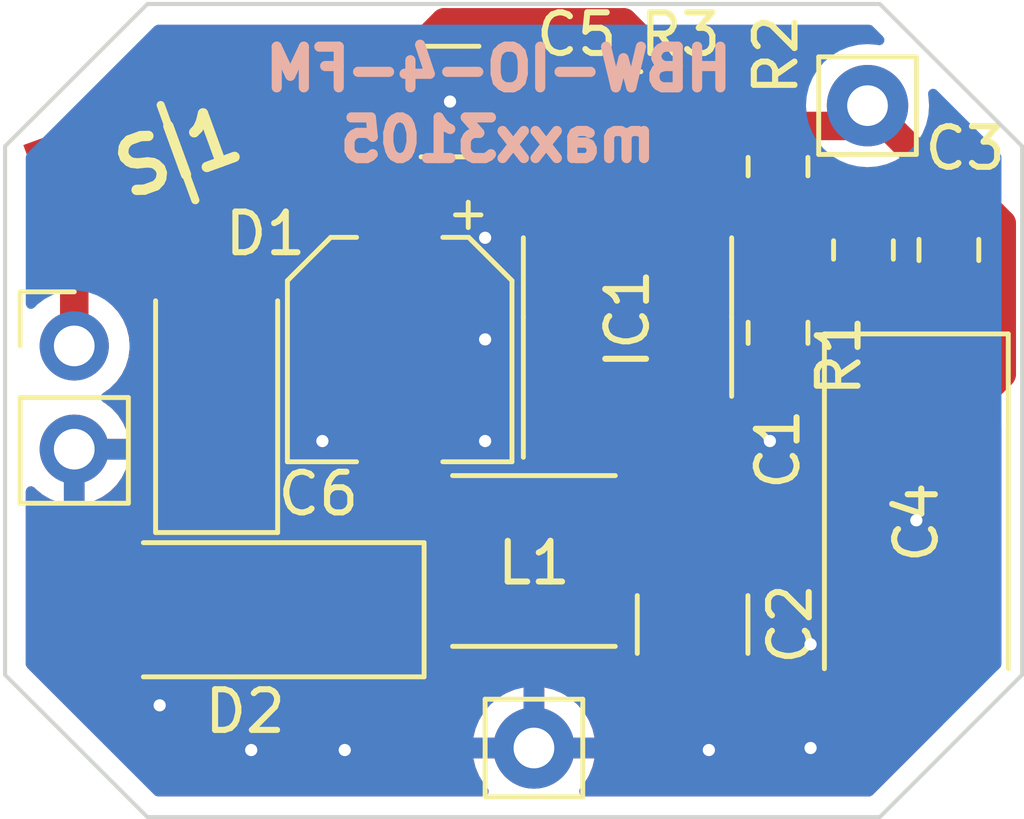
<source format=kicad_pcb>
(kicad_pcb (version 20211014) (generator pcbnew)
  (layers (0 "F.Cu" signal) (31 "B.Cu" signal) (34 "B.Paste" user) (35 "F.Paste" user) (36 "B.SilkS" user "B.Silkscreen") (37 "F.SilkS" user "F.Silkscreen") (38 "B.Mask" user) (39 "F.Mask" user) (44 "Edge.Cuts" user))
  (net 0 "")
  (net 1 "Net-(C1-Pad1)")
  (net 2 "/GND")
  (net 3 "/VCC")
  (net 4 "Net-(C5-Pad1)")
  (net 5 "Net-(D1-Pad2)")
  (net 6 "Net-(D2-Pad1)")
  (net 7 "Net-(IC1-Pad1)")
  (net 8 "Net-(IC1-Pad5)")
  (net 9 "/+24V")
  (footprint "Capacitor_Tantalum_SMD:CP_EIA-7343-20_Kemet-V_Pad2.25x2.55mm_HandSolder" (layer "F.Cu") (at 148.6 95.95 -90)
    (fp_text reference "C4" (at 0.05 0 -90) (layer "F.SilkS"))
    (fp_text value "100µF/10V" hide)
    (fp_line (start -4.585 2.26) (end 3.65 2.26) (layer "F.SilkS") (width 0.12))
    (fp_line (start -4.585 -2.26) (end -4.585 2.26) (layer "F.SilkS") (width 0.12))
    (fp_line (start 3.65 -2.26) (end -4.585 -2.26) (layer "F.SilkS") (width 0.12))
    (pad "1" smd roundrect (at -3.2 0 270) (size 2.25 2.55) (layers "F.Cu" "F.Paste" "F.Mask") (roundrect_rratio 0.1111111111) (net 3 "/VCC"))
    (pad "2" smd roundrect (at 3.2 0 270) (size 2.25 2.55) (layers "F.Cu" "F.Paste" "F.Mask") (roundrect_rratio 0.1111111111) (net 2 "/GND"))
  )
  (footprint "Diode_SMD:D_SMA_Handsoldering" (layer "F.Cu") (at 132.1 98.15 180)
    (fp_text reference "D2" (at 0 -2.5) (layer "F.SilkS"))
    (fp_text value "SK14" hide)
    (fp_line (start -4.4 1.65) (end 2.5 1.65) (layer "F.SilkS") (width 0.12))
    (fp_line (start -4.4 -1.65) (end -4.4 1.65) (layer "F.SilkS") (width 0.12))
    (fp_line (start -4.4 -1.65) (end 2.5 -1.65) (layer "F.SilkS") (width 0.12))
    (pad "1" smd rect (at -2.5 0 180) (size 3.5 1.8) (layers "F.Cu" "F.Paste" "F.Mask") (net 6 "Net-(D2-Pad1)"))
    (pad "2" smd rect (at 2.5 0 180) (size 3.5 1.8) (layers "F.Cu" "F.Paste" "F.Mask") (net 2 "/GND"))
  )
  (footprint "Resistor_SMD:R_0805_2012Metric_Pad1.20x1.40mm_HandSolder" (layer "F.Cu") (at 145.2 87.25 -90)
    (fp_text reference "R2" (at -2.75 0.05 90) (layer "F.SilkS"))
    (fp_text value "36k" hide)
    (fp_line (start -0.227064 -0.735) (end 0.227064 -0.735) (layer "F.SilkS") (width 0.12))
    (fp_line (start -0.227064 0.735) (end 0.227064 0.735) (layer "F.SilkS") (width 0.12))
    (pad "1" smd roundrect (at -1 0 270) (size 1.2 1.4) (layers "F.Cu" "F.Paste" "F.Mask") (roundrect_rratio 0.2083333333) (net 3 "/VCC"))
    (pad "2" smd roundrect (at 1 0 270) (size 1.2 1.4) (layers "F.Cu" "F.Paste" "F.Mask") (roundrect_rratio 0.2083333333) (net 8 "Net-(IC1-Pad5)"))
  )
  (footprint "Capacitor_SMD:CP_Elec_5x5.8" (layer "F.Cu") (at 135.9 91.75 -90)
    (fp_text reference "C6" (at 3.55 2 180) (layer "F.SilkS"))
    (fp_text value "22µF/35V" hide)
    (fp_line (start -3.625 -1.685) (end -3 -1.685) (layer "F.SilkS") (width 0.12))
    (fp_line (start 2.76 2.76) (end 2.76 1.06) (layer "F.SilkS") (width 0.12))
    (fp_line (start -1.695563 -2.76) (end 2.76 -2.76) (layer "F.SilkS") (width 0.12))
    (fp_line (start -2.76 1.695563) (end -2.76 1.06) (layer "F.SilkS") (width 0.12))
    (fp_line (start -2.76 -1.695563) (end -1.695563 -2.76) (layer "F.SilkS") (width 0.12))
    (fp_line (start -2.76 1.695563) (end -1.695563 2.76) (layer "F.SilkS") (width 0.12))
    (fp_line (start -2.76 -1.695563) (end -2.76 -1.06) (layer "F.SilkS") (width 0.12))
    (fp_line (start -3.3125 -1.9975) (end -3.3125 -1.3725) (layer "F.SilkS") (width 0.12))
    (fp_line (start -1.695563 2.76) (end 2.76 2.76) (layer "F.SilkS") (width 0.12))
    (fp_line (start 2.76 -2.76) (end 2.76 -1.06) (layer "F.SilkS") (width 0.12))
    (pad "1" smd roundrect (at -2.2 0 270) (size 3 1.6) (layers "F.Cu" "F.Paste" "F.Mask") (roundrect_rratio 0.15625) (net 4 "Net-(C5-Pad1)"))
    (pad "2" smd roundrect (at 2.2 0 270) (size 3 1.6) (layers "F.Cu" "F.Paste" "F.Mask") (roundrect_rratio 0.15625) (net 2 "/GND"))
  )
  (footprint "Connector_PinHeader_2.54mm:PinHeader_1x02_P2.54mm_Vertical" (layer "F.Cu") (at 127.9 91.66)
    (fp_text reference "J1" hide)
    (fp_text value "Conn_01x02" hide)
    (fp_line (start -1.33 -1.33) (end 0 -1.33) (layer "F.SilkS") (width 0.12))
    (fp_line (start -1.33 0) (end -1.33 -1.33) (layer "F.SilkS") (width 0.12))
    (fp_line (start -1.33 1.27) (end -1.33 3.87) (layer "F.SilkS") (width 0.12))
    (fp_line (start -1.33 3.87) (end 1.33 3.87) (layer "F.SilkS") (width 0.12))
    (fp_line (start -1.33 1.27) (end 1.33 1.27) (layer "F.SilkS") (width 0.12))
    (fp_line (start 1.33 1.27) (end 1.33 3.87) (layer "F.SilkS") (width 0.12))
    (pad "1" thru_hole oval (at 0 0) (size 1.7 1.7) (drill 1) (layers *.Cu *.Mask) (net 9 "/+24V"))
    (pad "2" thru_hole oval (at 0 2.54) (size 1.7 1.7) (drill 1) (layers *.Cu *.Mask) (net 2 "/GND"))
  )
  (footprint "Capacitor_SMD:C_1210_3225Metric_Pad1.33x2.70mm_HandSolder" (layer "F.Cu") (at 137.1375 85.65)
    (fp_text reference "C5" (at 3.1125 -1.65) (layer "F.SilkS"))
    (fp_text value "2,2µF/50V" hide)
    (fp_line (start -0.711252 -1.36) (end 0.711252 -1.36) (layer "F.SilkS") (width 0.12))
    (fp_line (start -0.711252 1.36) (end 0.711252 1.36) (layer "F.SilkS") (width 0.12))
    (pad "1" smd roundrect (at -1.5625 0) (size 1.325 2.7) (layers "F.Cu" "F.Paste" "F.Mask") (roundrect_rratio 0.1886792453) (net 4 "Net-(C5-Pad1)"))
    (pad "2" smd roundrect (at 1.5625 0) (size 1.325 2.7) (layers "F.Cu" "F.Paste" "F.Mask") (roundrect_rratio 0.1886792453) (net 2 "/GND"))
  )
  (footprint "Package_SO:SOIC-8_3.9x4.9mm_P1.27mm" (layer "F.Cu") (at 141.5 90.95 90)
    (fp_text reference "IC1" (at -0.05 0 90) (layer "F.SilkS"))
    (fp_text value "MC34063AD" hide)
    (fp_line (start 0 2.56) (end -1.95 2.56) (layer "F.SilkS") (width 0.12))
    (fp_line (start 0 -2.56) (end 1.95 -2.56) (layer "F.SilkS") (width 0.12))
    (fp_line (start 0 -2.56) (end -3.45 -2.56) (layer "F.SilkS") (width 0.12))
    (fp_line (start 0 2.56) (end 1.95 2.56) (layer "F.SilkS") (width 0.12))
    (pad "1" smd roundrect (at -2.475 -1.905 90) (size 1.95 0.6) (layers "F.Cu" "F.Paste" "F.Mask") (net 7 "Net-(IC1-Pad1)"))
    (pad "2" smd roundrect (at -2.475 -0.635 90) (size 1.95 0.6) (layers "F.Cu" "F.Paste" "F.Mask") (net 6 "Net-(D2-Pad1)"))
    (pad "3" smd roundrect (at -2.475 0.635 90) (size 1.95 0.6) (layers "F.Cu" "F.Paste" "F.Mask") (net 1 "Net-(C1-Pad1)"))
    (pad "4" smd roundrect (at -2.475 1.905 90) (size 1.95 0.6) (layers "F.Cu" "F.Paste" "F.Mask") (net 2 "/GND"))
    (pad "5" smd roundrect (at 2.475 1.905 90) (size 1.95 0.6) (layers "F.Cu" "F.Paste" "F.Mask") (net 8 "Net-(IC1-Pad5)"))
    (pad "6" smd roundrect (at 2.475 0.635 90) (size 1.95 0.6) (layers "F.Cu" "F.Paste" "F.Mask") (net 4 "Net-(C5-Pad1)"))
    (pad "7" smd roundrect (at 2.475 -0.635 90) (size 1.95 0.6) (layers "F.Cu" "F.Paste" "F.Mask") (net 7 "Net-(IC1-Pad1)"))
    (pad "8" smd roundrect (at 2.475 -1.905 90) (size 1.95 0.6) (layers "F.Cu" "F.Paste" "F.Mask") (net 7 "Net-(IC1-Pad1)"))
  )
  (footprint "Capacitor_SMD:C_1210_3225Metric_Pad1.33x2.70mm_HandSolder" (layer "F.Cu") (at 143.1 98.5125 -90)
    (fp_text reference "C2" (at -0.0125 -2.4 90) (layer "F.SilkS"))
    (fp_text value "10µF" hide)
    (fp_line (start -0.711252 -1.36) (end 0.711252 -1.36) (layer "F.SilkS") (width 0.12))
    (fp_line (start -0.711252 1.36) (end 0.711252 1.36) (layer "F.SilkS") (width 0.12))
    (pad "1" smd roundrect (at -1.5625 0 270) (size 1.325 2.7) (layers "F.Cu" "F.Paste" "F.Mask") (roundrect_rratio 0.1886792453) (net 3 "/VCC"))
    (pad "2" smd roundrect (at 1.5625 0 270) (size 1.325 2.7) (layers "F.Cu" "F.Paste" "F.Mask") (roundrect_rratio 0.1886792453) (net 2 "/GND"))
  )
  (footprint "Resistor_SMD:R_0805_2012Metric_Pad1.20x1.40mm_HandSolder" (layer "F.Cu") (at 141.6 85.65 180)
    (fp_text reference "R3" (at -1.2 1.65) (layer "F.SilkS"))
    (fp_text value "1R" hide)
    (fp_line (start -0.227064 0.735) (end 0.227064 0.735) (layer "F.SilkS") (width 0.12))
    (fp_line (start -0.227064 -0.735) (end 0.227064 -0.735) (layer "F.SilkS") (width 0.12))
    (pad "1" smd roundrect (at -1 0 180) (size 1.2 1.4) (layers "F.Cu" "F.Paste" "F.Mask") (roundrect_rratio 0.2083333333) (net 4 "Net-(C5-Pad1)"))
    (pad "2" smd roundrect (at 1 0 180) (size 1.2 1.4) (layers "F.Cu" "F.Paste" "F.Mask") (roundrect_rratio 0.2083333333) (net 7 "Net-(IC1-Pad1)"))
  )
  (footprint "Inductor_SMD:L_Taiyo-Yuden_MD-4040" (layer "F.Cu") (at 139.2 96.95 180)
    (fp_text reference "L1" (at 0 -0.05) (layer "F.SilkS"))
    (fp_text value "270µH" hide)
    (fp_line (start -2 -2.1) (end 2 -2.1) (layer "F.SilkS") (width 0.12))
    (fp_line (start -2 2.1) (end 2 2.1) (layer "F.SilkS") (width 0.12))
    (pad "1" smd rect (at -1.4 0 180) (size 1.2 3.7) (layers "F.Cu" "F.Paste" "F.Mask") (net 3 "/VCC"))
    (pad "2" smd rect (at 1.4 0 180) (size 1.2 3.7) (layers "F.Cu" "F.Paste" "F.Mask") (net 6 "Net-(D2-Pad1)"))
  )
  (footprint "Resistor_SMD:R_0805_2012Metric_Pad1.20x1.40mm_HandSolder" (layer "F.Cu") (at 147.3 89.3 -90)
    (fp_text reference "R1" (at 2.6 0.6 90) (layer "F.SilkS"))
    (fp_text value "12k" hide)
    (fp_line (start -0.227064 0.735) (end 0.227064 0.735) (layer "F.SilkS") (width 0.12))
    (fp_line (start -0.227064 -0.735) (end 0.227064 -0.735) (layer "F.SilkS") (width 0.12))
    (pad "1" smd roundrect (at -1 0 270) (size 1.2 1.4) (layers "F.Cu" "F.Paste" "F.Mask") (roundrect_rratio 0.2083333333) (net 8 "Net-(IC1-Pad5)"))
    (pad "2" smd roundrect (at 1 0 270) (size 1.2 1.4) (layers "F.Cu" "F.Paste" "F.Mask") (roundrect_rratio 0.2083333333) (net 2 "/GND"))
  )
  (footprint "Capacitor_SMD:C_0805_2012Metric_Pad1.18x1.45mm_HandSolder" (layer "F.Cu") (at 149.4 89.3 90)
    (fp_text reference "C3" (at 2.5 0.4 180) (layer "F.SilkS"))
    (fp_text value "100n" hide)
    (fp_line (start -0.261252 -0.735) (end 0.261252 -0.735) (layer "F.SilkS") (width 0.12))
    (fp_line (start -0.261252 0.735) (end 0.261252 0.735) (layer "F.SilkS") (width 0.12))
    (pad "1" smd roundrect (at -1.0375 0 90) (size 1.175 1.45) (layers "F.Cu" "F.Paste" "F.Mask") (roundrect_rratio 0.2127659574) (net 2 "/GND"))
    (pad "2" smd roundrect (at 1.0375 0 90) (size 1.175 1.45) (layers "F.Cu" "F.Paste" "F.Mask") (roundrect_rratio 0.2127659574) (net 3 "/VCC"))
  )
  (footprint "TestPoint:TestPoint_THTPad_2.0x2.0mm_Drill1.0mm" (layer "F.Cu") (at 147.4 85.75)
    (fp_text reference "ST3" hide)
    (fp_text value "+5V" hide)
    (fp_line (start 1.2 1.2) (end -1.2 1.2) (layer "F.SilkS") (width 0.12))
    (fp_line (start -1.2 -1.2) (end 1.2 -1.2) (layer "F.SilkS") (width 0.12))
    (fp_line (start -1.2 1.2) (end -1.2 -1.2) (layer "F.SilkS") (width 0.12))
    (fp_line (start 1.2 -1.2) (end 1.2 1.2) (layer "F.SilkS") (width 0.12))
    (pad "1" thru_hole oval (at 0 0) (size 2 2) (drill 1) (layers *.Cu *.Mask) (net 3 "/VCC"))
  )
  (footprint "Fuse:FUSC6127X294N" (layer "F.Cu") (at 130.450768 86.90505 20)
    (fp_text reference "SI1" (at 0 0 20) (layer "F.SilkS") (effects (font (size 1.27 1.27) (thickness 0.254))))
    (fp_text value "375mA" hide)
    (fp_line (start 0 -1.245) (end 0 1.245) (layer "F.SilkS") (width 0.2))
    (pad "1" smd rect (at -2.5 0 20) (size 2.02 2.95) (layers "F.Cu" "F.Paste" "F.Mask") (net 9 "/+24V"))
    (pad "2" smd rect (at 2.5 0 20) (size 2.02 2.95) (layers "F.Cu" "F.Paste" "F.Mask") (net 5 "Net-(D1-Pad2)"))
  )
  (footprint "Diode_SMD:D_MELF" (layer "F.Cu") (at 131.4 92.95 90)
    (fp_text reference "D1" (at 4.05 1.2 180) (layer "F.SilkS"))
    (fp_text value "SM4007" hide)
    (fp_line (start -3.3 1.5) (end 2.4 1.5) (layer "F.SilkS") (width 0.12))
    (fp_line (start -3.3 -1.5) (end -3.3 1.5) (layer "F.SilkS") (width 0.12))
    (fp_line (start 2.4 -1.5) (end -3.3 -1.5) (layer "F.SilkS") (width 0.12))
    (pad "1" smd rect (at -2.4 0 90) (size 1.5 2.7) (layers "F.Cu" "F.Paste" "F.Mask") (net 4 "Net-(C5-Pad1)"))
    (pad "2" smd rect (at 2.4 0 90) (size 1.5 2.7) (layers "F.Cu" "F.Paste" "F.Mask") (net 5 "Net-(D1-Pad2)"))
  )
  (footprint "Capacitor_SMD:C_0805_2012Metric_Pad1.18x1.45mm_HandSolder" (layer "F.Cu") (at 145.2 91.3375 -90)
    (fp_text reference "C1" (at 2.8625 0 90) (layer "F.SilkS"))
    (fp_text value "220pF" hide)
    (fp_line (start -0.261252 -0.735) (end 0.261252 -0.735) (layer "F.SilkS") (width 0.12))
    (fp_line (start -0.261252 0.735) (end 0.261252 0.735) (layer "F.SilkS") (width 0.12))
    (pad "1" smd roundrect (at -1.0375 0 270) (size 1.175 1.45) (layers "F.Cu" "F.Paste" "F.Mask") (roundrect_rratio 0.2127659574) (net 1 "Net-(C1-Pad1)"))
    (pad "2" smd roundrect (at 1.0375 0 270) (size 1.175 1.45) (layers "F.Cu" "F.Paste" "F.Mask") (roundrect_rratio 0.2127659574) (net 2 "/GND"))
  )
  (footprint "TestPoint:TestPoint_THTPad_2.0x2.0mm_Drill1.0mm" (layer "F.Cu") (at 139.2 101.55)
    (fp_text reference "ST4" hide)
    (fp_text value "GND" hide)
    (fp_line (start 1.2 -1.2) (end 1.2 1.2) (layer "F.SilkS") (width 0.12))
    (fp_line (start -1.2 -1.2) (end 1.2 -1.2) (layer "F.SilkS") (width 0.12))
    (fp_line (start -1.2 1.2) (end -1.2 -1.2) (layer "F.SilkS") (width 0.12))
    (fp_line (start 1.2 1.2) (end -1.2 1.2) (layer "F.SilkS") (width 0.12))
    (pad "1" thru_hole oval (at 0 0) (size 2 2) (drill 1) (layers *.Cu *.Mask) (net 2 "/GND"))
  )
  (gr_line (start 129.7 103.25) (end 126.2 99.75) (layer "Edge.Cuts") (width 0.1))
  (gr_line (start 151.2 86.75) (end 147.7 83.25) (layer "Edge.Cuts") (width 0.1))
  (gr_line (start 126.2 86.75) (end 129.7 83.25) (layer "Edge.Cuts") (width 0.1))
  (gr_line (start 151.2 99.75) (end 147.7 103.25) (layer "Edge.Cuts") (width 0.1))
  (gr_line (start 147.7 83.25) (end 129.7 83.25) (layer "Edge.Cuts") (width 0.1))
  (gr_line (start 129.7 103.25) (end 147.7 103.25) (layer "Edge.Cuts") (width 0.1))
  (gr_line (start 126.2 99.75) (end 126.2 86.75) (layer "Edge.Cuts") (width 0.1))
  (gr_line (start 151.2 99.75) (end 151.2 86.75) (layer "Edge.Cuts") (width 0.1))
  (gr_text "maxx3105" (at 138.31 86.59) (layer "B.SilkS") (effects (font (size 1 1) (thickness 0.25)) (justify mirror)))
  (gr_text "HBW-IO-4-FM" (at 138.33 84.85) (layer "B.SilkS") (effects (font (size 1 1) (thickness 0.25)) (justify mirror)))
  (segment (start 144 90.3) (end 142.135 92.165) (width 0.25) (layer "F.Cu") (net 1))
  (segment (start 145.2 90.3) (end 144 90.3) (width 0.25) (layer "F.Cu") (net 1))
  (segment (start 142.135 92.165) (end 142.135 93.425) (width 0.25) (layer "F.Cu") (net 1))
  (segment (start 147.275 90.3) (end 145.2 92.375) (width 0.25) (layer "F.Cu") (net 2))
  (segment (start 149.4 90.3375) (end 147.3375 90.3375) (width 0.25) (layer "F.Cu") (net 2))
  (segment (start 144.455 92.375) (end 143.405 93.425) (width 0.25) (layer "F.Cu") (net 2))
  (segment (start 145.2 92.375) (end 144.455 92.375) (width 0.25) (layer "F.Cu") (net 2))
  (via (at 145 94) (size 0.6) (drill 0.3) (layers "F.Cu" "B.Cu") (net 2))
  (via (at 132.25 101.6) (size 0.6) (drill 0.3) (layers "F.Cu" "B.Cu") (net 2))
  (via (at 138 89) (size 0.6) (drill 0.3) (layers "F.Cu" "B.Cu") (net 2))
  (via (at 146 101.55) (size 0.6) (drill 0.3) (layers "F.Cu" "B.Cu") (net 2))
  (via (at 138 91.5) (size 0.6) (drill 0.3) (layers "F.Cu" "B.Cu") (net 2))
  (via (at 137.1375 85.65) (size 0.6) (drill 0.3) (layers "F.Cu" "B.Cu") (net 2))
  (via (at 148.6 95.95) (size 0.6) (drill 0.3) (layers "F.Cu" "B.Cu") (net 2))
  (via (at 143.5 101.6) (size 0.6) (drill 0.3) (layers "F.Cu" "B.Cu") (net 2))
  (via (at 146 99) (size 0.6) (drill 0.3) (layers "F.Cu" "B.Cu") (net 2))
  (via (at 138 94) (size 0.6) (drill 0.3) (layers "F.Cu" "B.Cu") (net 2))
  (via (at 134.55 101.6) (size 0.6) (drill 0.3) (layers "F.Cu" "B.Cu") (net 2))
  (via (at 130 100.5) (size 0.6) (drill 0.3) (layers "F.Cu" "B.Cu") (net 2))
  (via (at 134 94) (size 0.6) (drill 0.3) (layers "F.Cu" "B.Cu") (net 2))
  (segment (start 148.6 92.75) (end 144.4 96.95) (width 0.7) (layer "F.Cu") (net 3))
  (segment (start 150.3 92.75) (end 148.6 92.75) (width 0.7) (layer "F.Cu") (net 3))
  (segment (start 144.4 96.95) (end 143.1 96.95) (width 0.7) (layer "F.Cu") (net 3))
  (segment (start 149.4 88.2625) (end 150.3125 88.2625) (width 0.7) (layer "F.Cu") (net 3))
  (segment (start 150.7 92.35) (end 150.3 92.75) (width 0.7) (layer "F.Cu") (net 3))
  (segment (start 147.4 85.75) (end 149.4 87.75) (width 0.7) (layer "F.Cu") (net 3))
  (segment (start 149.9 92.75) (end 148.6 92.75) (width 0.25) (layer "F.Cu") (net 3))
  (segment (start 143.1 96.95) (end 140.6 96.95) (width 0.7) (layer "F.Cu") (net 3))
  (segment (start 150.3125 88.2625) (end 150.7 88.65) (width 0.7) (layer "F.Cu") (net 3))
  (segment (start 149.4 87.75) (end 149.4 88.2625) (width 0.25) (layer "F.Cu") (net 3))
  (segment (start 150.7 88.65) (end 150.7 92.35) (width 0.7) (layer "F.Cu") (net 3))
  (segment (start 145.25 86.25) (end 146.9 86.25) (width 0.7) (layer "F.Cu") (net 3))
  (segment (start 135.9 89.55) (end 135.9 85.975) (width 0.7) (layer "F.Cu") (net 4))
  (segment (start 142.135 86.215) (end 142.6 85.75) (width 0.25) (layer "F.Cu") (net 4))
  (segment (start 142.135 88.475) (end 142.135 86.115) (width 0.25) (layer "F.Cu") (net 4))
  (segment (start 131.4 94.05) (end 135.9 89.55) (width 0.7) (layer "F.Cu") (net 4))
  (segment (start 135.575 85.125) (end 137 83.7) (width 0.7) (layer "F.Cu") (net 4))
  (segment (start 141.4 83.7) (end 142.6 84.9) (width 0.7) (layer "F.Cu") (net 4))
  (segment (start 137 83.7) (end 141.4 83.7) (width 0.7) (layer "F.Cu") (net 4))
  (segment (start 131.4 95.35) (end 131.4 94.05) (width 0.7) (layer "F.Cu") (net 4))
  (segment (start 142.6 84.9) (end 142.6 85.65) (width 0.8) (layer "F.Cu") (net 4))
  (segment (start 132.8 86.05) (end 132.8 89.15) (width 0.7) (layer "F.Cu") (net 5))
  (segment (start 132.8 89.15) (end 131.4 90.55) (width 0.7) (layer "F.Cu") (net 5))
  (segment (start 137.8 96.95) (end 135.8 96.95) (width 0.25) (layer "F.Cu") (net 6))
  (segment (start 139.941751 94.725) (end 140.865 93.801751) (width 0.25) (layer "F.Cu") (net 6))
  (segment (start 138.775 94.725) (end 139.941751 94.725) (width 0.25) (layer "F.Cu") (net 6))
  (segment (start 137.8 95.7) (end 138.775 94.725) (width 0.25) (layer "F.Cu") (net 6))
  (segment (start 135.8 96.95) (end 134.6 98.15) (width 0.25) (layer "F.Cu") (net 6))
  (segment (start 140.865 88.475) (end 140.865 85.915) (width 0.25) (layer "F.Cu") (net 7))
  (segment (start 139.595 88.475) (end 139.595 93.425) (width 0.25) (layer "F.Cu") (net 7))
  (segment (start 140.865 88.475) (end 139.595 88.475) (width 0.25) (layer "F.Cu") (net 7))
  (segment (start 145.25 88.25) (end 147.25 88.25) (width 0.25) (layer "F.Cu") (net 8))
  (segment (start 143.405 88.475) (end 145.025 88.475) (width 0.25) (layer "F.Cu") (net 8))
  (segment (start 127.9 91.66) (end 127.9 87.961636) (width 0.7) (layer "F.Cu") (net 9))
  (zone (net 2) (net_name "/GND") (layers F&B.Cu) (connect_pads (clearance 0.508)) (min_thickness 0.254) (fill yes (thermal_gap 0.508) (thermal_bridge_width 0.508))
    (polygon (pts (xy 151.1 86.8) (xy 151.1 99.7) (xy 147.65 103.15) (xy 129.75 103.15) (xy 126.3 99.7) (xy 126.3 86.8) (xy 129.75 83.35) (xy 147.65 83.35)))
  )
)
</source>
